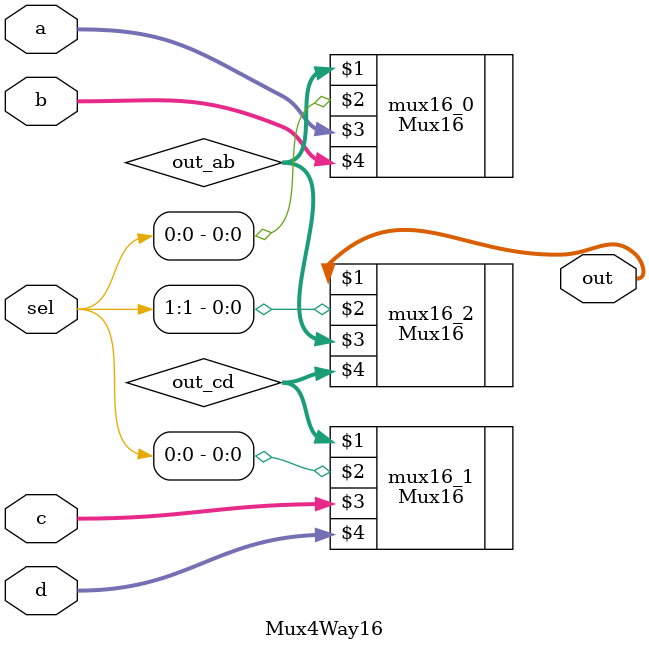
<source format=v>
module Mux4Way16(out, sel, a, b, c, d);

    output[15:0] out;
    input[1:0] sel;
    input[15:0] a, b, c, d;
    wire[15:0] out_ab, out_cd, in;

    Mux16 mux16_0(out_ab, sel[0], a, b);
    Mux16 mux16_1(out_cd, sel[0], c, d);
    Mux16 mux16_2(out, sel[1], out_ab, out_cd);

endmodule


</source>
